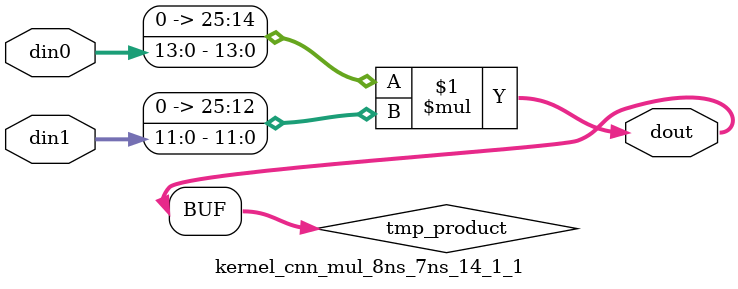
<source format=v>

`timescale 1 ns / 1 ps

  module kernel_cnn_mul_8ns_7ns_14_1_1(din0, din1, dout);
parameter ID = 1;
parameter NUM_STAGE = 0;
parameter din0_WIDTH = 14;
parameter din1_WIDTH = 12;
parameter dout_WIDTH = 26;

input [din0_WIDTH - 1 : 0] din0; 
input [din1_WIDTH - 1 : 0] din1; 
output [dout_WIDTH - 1 : 0] dout;

wire signed [dout_WIDTH - 1 : 0] tmp_product;










assign tmp_product = $signed({1'b0, din0}) * $signed({1'b0, din1});











assign dout = tmp_product;







endmodule

</source>
